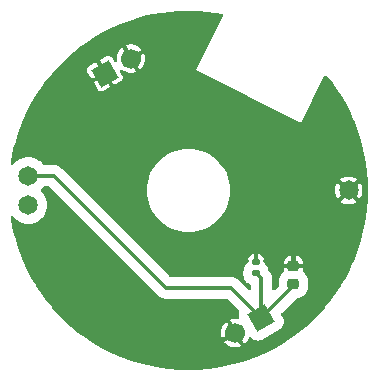
<source format=gbl>
G04 #@! TF.GenerationSoftware,KiCad,Pcbnew,7.0.5-0*
G04 #@! TF.CreationDate,2023-10-10T23:47:46-04:00*
G04 #@! TF.ProjectId,batterymodule,62617474-6572-4796-9d6f-64756c652e6b,rev?*
G04 #@! TF.SameCoordinates,Original*
G04 #@! TF.FileFunction,Copper,L2,Bot*
G04 #@! TF.FilePolarity,Positive*
%FSLAX46Y46*%
G04 Gerber Fmt 4.6, Leading zero omitted, Abs format (unit mm)*
G04 Created by KiCad (PCBNEW 7.0.5-0) date 2023-10-10 23:47:46*
%MOMM*%
%LPD*%
G01*
G04 APERTURE LIST*
G04 Aperture macros list*
%AMRoundRect*
0 Rectangle with rounded corners*
0 $1 Rounding radius*
0 $2 $3 $4 $5 $6 $7 $8 $9 X,Y pos of 4 corners*
0 Add a 4 corners polygon primitive as box body*
4,1,4,$2,$3,$4,$5,$6,$7,$8,$9,$2,$3,0*
0 Add four circle primitives for the rounded corners*
1,1,$1+$1,$2,$3*
1,1,$1+$1,$4,$5*
1,1,$1+$1,$6,$7*
1,1,$1+$1,$8,$9*
0 Add four rect primitives between the rounded corners*
20,1,$1+$1,$2,$3,$4,$5,0*
20,1,$1+$1,$4,$5,$6,$7,0*
20,1,$1+$1,$6,$7,$8,$9,0*
20,1,$1+$1,$8,$9,$2,$3,0*%
%AMHorizOval*
0 Thick line with rounded ends*
0 $1 width*
0 $2 $3 position (X,Y) of the first rounded end (center of the circle)*
0 $4 $5 position (X,Y) of the second rounded end (center of the circle)*
0 Add line between two ends*
20,1,$1,$2,$3,$4,$5,0*
0 Add two circle primitives to create the rounded ends*
1,1,$1,$2,$3*
1,1,$1,$4,$5*%
%AMRotRect*
0 Rectangle, with rotation*
0 The origin of the aperture is its center*
0 $1 length*
0 $2 width*
0 $3 Rotation angle, in degrees counterclockwise*
0 Add horizontal line*
21,1,$1,$2,0,0,$3*%
G04 Aperture macros list end*
G04 #@! TA.AperFunction,SMDPad,CuDef*
%ADD10RoundRect,0.140000X0.170000X-0.140000X0.170000X0.140000X-0.170000X0.140000X-0.170000X-0.140000X0*%
G04 #@! TD*
G04 #@! TA.AperFunction,SMDPad,CuDef*
%ADD11RoundRect,0.225000X0.250000X-0.225000X0.250000X0.225000X-0.250000X0.225000X-0.250000X-0.225000X0*%
G04 #@! TD*
G04 #@! TA.AperFunction,ComponentPad*
%ADD12C,1.650000*%
G04 #@! TD*
G04 #@! TA.AperFunction,ComponentPad*
%ADD13RotRect,1.700000X1.700000X120.000000*%
G04 #@! TD*
G04 #@! TA.AperFunction,ComponentPad*
%ADD14HorizOval,1.700000X0.000000X0.000000X0.000000X0.000000X0*%
G04 #@! TD*
G04 #@! TA.AperFunction,ComponentPad*
%ADD15RotRect,1.700000X1.700000X300.000000*%
G04 #@! TD*
G04 #@! TA.AperFunction,ComponentPad*
%ADD16HorizOval,1.700000X0.000000X0.000000X0.000000X0.000000X0*%
G04 #@! TD*
G04 #@! TA.AperFunction,ViaPad*
%ADD17C,0.600000*%
G04 #@! TD*
G04 #@! TA.AperFunction,Conductor*
%ADD18C,0.300000*%
G04 #@! TD*
G04 APERTURE END LIST*
D10*
X151765000Y-133985000D03*
X151765000Y-133025000D03*
D11*
X154940000Y-134920000D03*
X154940000Y-133370000D03*
D12*
X132500000Y-125750000D03*
X132500000Y-128250000D03*
X159600000Y-127000000D03*
D13*
X138972122Y-117103026D03*
D14*
X141171826Y-115833026D03*
D15*
X152229852Y-137795000D03*
D16*
X150030148Y-139065000D03*
D17*
X142875000Y-131445000D03*
X153670000Y-128270000D03*
X135890000Y-121285000D03*
X139065000Y-135890000D03*
X149225000Y-121285000D03*
D18*
X151765000Y-133985000D02*
X152229852Y-134449852D01*
X152229852Y-134449852D02*
X152229852Y-137795000D01*
X152229852Y-137795000D02*
X154940000Y-135084852D01*
X152229852Y-137795000D02*
X149689852Y-135255000D01*
X144145000Y-135255000D02*
X134640000Y-125750000D01*
X149689852Y-135255000D02*
X144145000Y-135255000D01*
X134640000Y-125750000D02*
X132500000Y-125750000D01*
G04 #@! TA.AperFunction,Conductor*
G36*
X146819028Y-111804988D02*
G01*
X146822163Y-111805147D01*
X147060054Y-111823263D01*
X147587676Y-111863443D01*
X147590769Y-111863757D01*
X148352353Y-111960752D01*
X148355437Y-111961224D01*
X148897981Y-112058465D01*
X148960494Y-112089667D01*
X148996216Y-112149714D01*
X148993803Y-112219542D01*
X148987012Y-112235973D01*
X146684999Y-116839999D01*
X146685000Y-116839999D01*
X146685000Y-116840000D01*
X155575000Y-121285000D01*
X157557016Y-117320965D01*
X157604602Y-117269808D01*
X157672294Y-117252498D01*
X157738598Y-117274533D01*
X157764024Y-117298058D01*
X157886544Y-117448317D01*
X158080269Y-117685903D01*
X158082192Y-117688387D01*
X158536578Y-118307178D01*
X158538372Y-118309756D01*
X158960838Y-118950772D01*
X158962485Y-118953415D01*
X159351948Y-119615017D01*
X159353472Y-119617764D01*
X159708927Y-120298247D01*
X159710302Y-120301050D01*
X160021355Y-120978028D01*
X160030823Y-120998634D01*
X160032062Y-121001521D01*
X160316848Y-121714467D01*
X160317939Y-121717413D01*
X160566241Y-122443846D01*
X160567182Y-122446844D01*
X160778380Y-123184949D01*
X160779167Y-123187991D01*
X160952701Y-123935806D01*
X160953334Y-123938884D01*
X161088774Y-124694561D01*
X161089250Y-124697667D01*
X161186239Y-125459207D01*
X161186557Y-125462333D01*
X161244852Y-126227836D01*
X161245011Y-126230973D01*
X161264460Y-126998430D01*
X161264460Y-127001570D01*
X161245011Y-127769026D01*
X161244852Y-127772163D01*
X161186557Y-128537666D01*
X161186239Y-128540792D01*
X161089250Y-129302332D01*
X161088774Y-129305438D01*
X160953334Y-130061115D01*
X160952701Y-130064193D01*
X160779167Y-130812008D01*
X160778380Y-130815050D01*
X160567182Y-131553155D01*
X160566241Y-131556153D01*
X160317939Y-132282586D01*
X160316848Y-132285532D01*
X160032062Y-132998478D01*
X160030823Y-133001365D01*
X159988237Y-133094050D01*
X159740751Y-133632683D01*
X159710311Y-133698932D01*
X159708927Y-133701752D01*
X159353472Y-134382235D01*
X159351948Y-134384982D01*
X158962485Y-135046584D01*
X158960826Y-135049244D01*
X158950401Y-135065064D01*
X158538373Y-135690242D01*
X158536578Y-135692821D01*
X158082192Y-136311612D01*
X158080269Y-136314096D01*
X157595120Y-136909084D01*
X157593074Y-136911468D01*
X157078403Y-137481131D01*
X157076238Y-137483408D01*
X156533408Y-138026238D01*
X156531131Y-138028403D01*
X155961468Y-138543074D01*
X155959084Y-138545120D01*
X155364096Y-139030269D01*
X155361612Y-139032192D01*
X154742821Y-139486578D01*
X154740242Y-139488373D01*
X154459532Y-139673377D01*
X154248724Y-139812312D01*
X154099251Y-139910823D01*
X154096584Y-139912485D01*
X153434982Y-140301948D01*
X153432235Y-140303472D01*
X152751752Y-140658927D01*
X152748932Y-140660311D01*
X152051365Y-140980823D01*
X152048478Y-140982062D01*
X151335532Y-141266848D01*
X151332586Y-141267939D01*
X150606153Y-141516241D01*
X150603155Y-141517182D01*
X149865050Y-141728380D01*
X149862008Y-141729167D01*
X149114193Y-141902701D01*
X149111115Y-141903334D01*
X148355438Y-142038774D01*
X148352332Y-142039250D01*
X147590792Y-142136239D01*
X147587666Y-142136557D01*
X146822163Y-142194852D01*
X146819026Y-142195011D01*
X146051571Y-142214460D01*
X146048429Y-142214460D01*
X145280973Y-142195011D01*
X145277836Y-142194852D01*
X144512333Y-142136557D01*
X144509207Y-142136239D01*
X143747667Y-142039250D01*
X143744561Y-142038774D01*
X142988884Y-141903334D01*
X142985806Y-141902701D01*
X142237991Y-141729167D01*
X142234949Y-141728380D01*
X141496844Y-141517182D01*
X141493846Y-141516241D01*
X140767413Y-141267939D01*
X140764467Y-141266848D01*
X140051521Y-140982062D01*
X140048634Y-140980823D01*
X139351050Y-140660302D01*
X139348247Y-140658927D01*
X138667764Y-140303472D01*
X138665017Y-140301948D01*
X138003415Y-139912485D01*
X138000772Y-139910838D01*
X137359756Y-139488372D01*
X137357178Y-139486578D01*
X136738387Y-139032192D01*
X136735903Y-139030269D01*
X136140915Y-138545120D01*
X136138531Y-138543074D01*
X135568868Y-138028403D01*
X135566591Y-138026238D01*
X135023761Y-137483408D01*
X135021596Y-137481131D01*
X134506925Y-136911468D01*
X134504879Y-136909084D01*
X134019730Y-136314096D01*
X134017807Y-136311612D01*
X133929841Y-136191819D01*
X133563421Y-135692821D01*
X133561626Y-135690242D01*
X133557894Y-135684579D01*
X133139154Y-135049216D01*
X133137514Y-135046584D01*
X132748051Y-134384982D01*
X132746527Y-134382235D01*
X132391072Y-133701752D01*
X132389704Y-133698965D01*
X132069165Y-133001341D01*
X132067937Y-132998478D01*
X132052814Y-132960619D01*
X131783143Y-132285511D01*
X131782069Y-132282610D01*
X131533754Y-131556141D01*
X131532817Y-131553155D01*
X131321619Y-130815050D01*
X131320832Y-130812008D01*
X131147292Y-130064167D01*
X131146671Y-130061145D01*
X131011224Y-129305437D01*
X131010753Y-129302365D01*
X131007831Y-129279420D01*
X131018887Y-129210434D01*
X131065486Y-129158374D01*
X131132833Y-129139771D01*
X131199547Y-129160532D01*
X131225127Y-129183223D01*
X131248368Y-129210434D01*
X131382508Y-129367492D01*
X131503213Y-129470583D01*
X131571078Y-129528546D01*
X131571083Y-129528549D01*
X131782525Y-129658122D01*
X132011637Y-129753023D01*
X132218567Y-129802702D01*
X132252775Y-129810915D01*
X132500000Y-129830372D01*
X132747225Y-129810915D01*
X132988362Y-129753023D01*
X133217474Y-129658122D01*
X133428919Y-129528548D01*
X133617492Y-129367492D01*
X133778548Y-129178919D01*
X133908122Y-128967474D01*
X134003023Y-128738362D01*
X134060915Y-128497225D01*
X134080372Y-128250000D01*
X134060915Y-128002775D01*
X134003023Y-127761638D01*
X133991573Y-127733993D01*
X133908122Y-127532525D01*
X133778549Y-127321083D01*
X133778546Y-127321078D01*
X133718713Y-127251023D01*
X133617492Y-127132508D01*
X133572743Y-127094289D01*
X133534550Y-127035782D01*
X133534052Y-126965914D01*
X133571405Y-126906868D01*
X133572559Y-126905867D01*
X133617492Y-126867492D01*
X133678371Y-126796210D01*
X133765696Y-126693968D01*
X133824203Y-126655775D01*
X133859986Y-126650500D01*
X134215639Y-126650500D01*
X134282678Y-126670185D01*
X134303320Y-126686819D01*
X143451236Y-135834736D01*
X143463871Y-135849529D01*
X143472110Y-135860869D01*
X143472112Y-135860871D01*
X143523730Y-135907348D01*
X143526068Y-135909568D01*
X143541620Y-135925120D01*
X143558716Y-135938964D01*
X143561168Y-135941058D01*
X143583887Y-135961514D01*
X143612784Y-135987533D01*
X143620633Y-135992065D01*
X143624920Y-135994540D01*
X143640952Y-136005557D01*
X143651851Y-136014383D01*
X143713714Y-136045903D01*
X143716569Y-136047453D01*
X143776707Y-136082174D01*
X143776712Y-136082177D01*
X143776713Y-136082177D01*
X143776716Y-136082179D01*
X143790050Y-136086511D01*
X143808022Y-136093956D01*
X143820512Y-136100320D01*
X143820514Y-136100320D01*
X143820515Y-136100321D01*
X143838928Y-136105254D01*
X143887601Y-136118296D01*
X143890682Y-136119209D01*
X143956744Y-136140674D01*
X143970688Y-136142139D01*
X143989814Y-136145685D01*
X143999441Y-136148264D01*
X144003355Y-136149313D01*
X144072720Y-136152947D01*
X144075935Y-136153200D01*
X144097808Y-136155500D01*
X144119798Y-136155500D01*
X144123041Y-136155584D01*
X144192388Y-136159219D01*
X144206227Y-136157027D01*
X144225627Y-136155500D01*
X149265491Y-136155500D01*
X149332530Y-136175185D01*
X149353172Y-136191819D01*
X150315830Y-137154477D01*
X150349315Y-137215800D01*
X150347924Y-137274251D01*
X150321098Y-137374366D01*
X150315996Y-137549736D01*
X150352843Y-137728182D01*
X150350525Y-137728660D01*
X150352120Y-137787544D01*
X150315951Y-137847323D01*
X150253204Y-137878058D01*
X150209457Y-137877732D01*
X150141342Y-137865000D01*
X149918955Y-137865000D01*
X149700340Y-137905865D01*
X149590458Y-137948433D01*
X149590457Y-137948434D01*
X149950108Y-138571366D01*
X149887833Y-138580320D01*
X149757048Y-138640048D01*
X149648387Y-138734202D01*
X149640914Y-138745830D01*
X149281643Y-138123554D01*
X149139537Y-138253102D01*
X149005516Y-138430574D01*
X148906388Y-138629649D01*
X148845526Y-138843560D01*
X148825007Y-139064999D01*
X148825007Y-139065000D01*
X148845526Y-139286439D01*
X148906386Y-139500345D01*
X148909673Y-139506945D01*
X149533116Y-139146999D01*
X149570655Y-139274844D01*
X149648387Y-139395798D01*
X149713886Y-139452552D01*
X149090765Y-139812312D01*
X149139536Y-139876896D01*
X149139538Y-139876899D01*
X149303886Y-140026721D01*
X149492968Y-140143797D01*
X149492970Y-140143798D01*
X149700343Y-140224134D01*
X149918955Y-140265000D01*
X150141341Y-140265000D01*
X150359954Y-140224134D01*
X150469837Y-140181565D01*
X150110187Y-139558633D01*
X150172463Y-139549680D01*
X150303248Y-139489952D01*
X150411909Y-139395798D01*
X150419381Y-139384170D01*
X150778651Y-140006445D01*
X150920756Y-139876899D01*
X151054779Y-139699425D01*
X151156465Y-139495215D01*
X151158271Y-139496114D01*
X151195337Y-139447855D01*
X151261098Y-139424249D01*
X151329182Y-139439943D01*
X151350850Y-139455402D01*
X151354269Y-139458445D01*
X151354271Y-139458447D01*
X151485331Y-139575080D01*
X151639755Y-139658346D01*
X151809218Y-139703753D01*
X151984586Y-139708855D01*
X151984586Y-139708854D01*
X151984588Y-139708855D01*
X152034803Y-139698485D01*
X152156404Y-139673378D01*
X152250671Y-139631078D01*
X153809531Y-138731069D01*
X153893299Y-138670581D01*
X154009932Y-138539521D01*
X154093198Y-138385097D01*
X154138605Y-138215634D01*
X154143707Y-138040266D01*
X154143706Y-138040265D01*
X154143707Y-138040263D01*
X154128153Y-137964939D01*
X154108230Y-137868448D01*
X154065930Y-137774181D01*
X153915205Y-137513119D01*
X153898732Y-137445219D01*
X153921585Y-137379192D01*
X153934905Y-137363444D01*
X155141531Y-136156819D01*
X155202855Y-136123334D01*
X155229213Y-136120500D01*
X155246580Y-136120500D01*
X155246586Y-136120500D01*
X155362985Y-136110151D01*
X155553728Y-136055573D01*
X155729579Y-135963716D01*
X155883340Y-135838340D01*
X156008716Y-135684579D01*
X156100573Y-135508728D01*
X156155151Y-135317985D01*
X156165500Y-135201586D01*
X156165500Y-134638414D01*
X156155151Y-134522015D01*
X156100573Y-134331272D01*
X156008716Y-134155421D01*
X155946028Y-134078540D01*
X155883340Y-134001659D01*
X155775885Y-133914042D01*
X155736368Y-133856421D01*
X155734276Y-133786583D01*
X155739686Y-133770484D01*
X155750200Y-133745102D01*
X155764999Y-133632697D01*
X155765000Y-133632683D01*
X155765000Y-133547500D01*
X154115000Y-133547500D01*
X154115000Y-133632697D01*
X154129800Y-133745104D01*
X154129800Y-133745105D01*
X154140314Y-133770487D01*
X154147783Y-133839956D01*
X154116508Y-133902436D01*
X154104114Y-133914042D01*
X153996659Y-134001659D01*
X153871283Y-134155422D01*
X153779426Y-134331273D01*
X153751801Y-134427820D01*
X153726727Y-134515454D01*
X153724849Y-134522016D01*
X153724848Y-134522019D01*
X153714500Y-134638417D01*
X153714500Y-134985490D01*
X153694815Y-135052529D01*
X153678181Y-135073171D01*
X153342033Y-135409319D01*
X153280710Y-135442804D01*
X153211018Y-135437820D01*
X153155085Y-135395948D01*
X153130668Y-135330484D01*
X153130352Y-135321638D01*
X153130352Y-134530478D01*
X153131879Y-134511077D01*
X153131958Y-134510579D01*
X153134071Y-134497240D01*
X153130436Y-134427892D01*
X153130352Y-134424649D01*
X153130352Y-134402661D01*
X153130351Y-134402652D01*
X153129200Y-134391705D01*
X153128052Y-134380787D01*
X153127799Y-134377572D01*
X153124165Y-134308206D01*
X153120536Y-134294664D01*
X153116990Y-134275536D01*
X153115526Y-134261596D01*
X153094070Y-134195560D01*
X153093148Y-134192448D01*
X153075173Y-134125369D01*
X153075172Y-134125364D01*
X153068808Y-134112874D01*
X153061363Y-134094902D01*
X153057031Y-134081568D01*
X153057029Y-134081564D01*
X153057027Y-134081559D01*
X153033522Y-134040850D01*
X153022295Y-134021404D01*
X153020772Y-134018599D01*
X152989235Y-133956703D01*
X152989234Y-133956701D01*
X152980412Y-133945807D01*
X152969390Y-133929770D01*
X152962384Y-133917635D01*
X152962383Y-133917633D01*
X152915912Y-133866022D01*
X152913804Y-133863554D01*
X152899970Y-133846471D01*
X152884429Y-133830930D01*
X152882192Y-133828573D01*
X152852192Y-133795254D01*
X152821963Y-133732262D01*
X152820725Y-133722009D01*
X152819381Y-133704929D01*
X152818530Y-133701752D01*
X152770933Y-133524116D01*
X152685951Y-133357328D01*
X152685950Y-133357326D01*
X152633238Y-133292234D01*
X152568147Y-133211853D01*
X152544248Y-133192500D01*
X154115000Y-133192500D01*
X154762500Y-133192500D01*
X154762500Y-132570000D01*
X155117500Y-132570000D01*
X155117500Y-133192500D01*
X155765000Y-133192500D01*
X155765000Y-133107316D01*
X155764999Y-133107302D01*
X155750199Y-132994895D01*
X155750198Y-132994891D01*
X155692263Y-132855021D01*
X155600094Y-132734905D01*
X155479978Y-132642736D01*
X155340108Y-132584801D01*
X155340104Y-132584800D01*
X155227697Y-132570000D01*
X155117500Y-132570000D01*
X154762500Y-132570000D01*
X154652302Y-132570000D01*
X154539895Y-132584800D01*
X154539891Y-132584801D01*
X154400021Y-132642736D01*
X154279905Y-132734905D01*
X154187736Y-132855021D01*
X154129801Y-132994891D01*
X154129800Y-132994895D01*
X154115000Y-133107302D01*
X154115000Y-133192500D01*
X152544248Y-133192500D01*
X152503054Y-133159141D01*
X152422673Y-133094049D01*
X152422671Y-133094048D01*
X152398995Y-133081985D01*
X152348199Y-133034011D01*
X152331403Y-132966190D01*
X152353940Y-132900055D01*
X152408655Y-132856603D01*
X152417653Y-132854846D01*
X152425000Y-132847499D01*
X152425000Y-132838130D01*
X152424999Y-132838113D01*
X152418726Y-132779775D01*
X152369483Y-132647750D01*
X152285044Y-132534955D01*
X152172249Y-132450516D01*
X152040224Y-132401273D01*
X151981886Y-132395000D01*
X151942500Y-132395000D01*
X151942500Y-132830500D01*
X151922815Y-132897539D01*
X151870011Y-132943294D01*
X151818500Y-132954500D01*
X151711500Y-132954500D01*
X151644461Y-132934815D01*
X151598706Y-132882011D01*
X151587500Y-132830500D01*
X151587500Y-132395000D01*
X151548113Y-132395000D01*
X151489775Y-132401273D01*
X151357750Y-132450516D01*
X151244955Y-132534955D01*
X151160516Y-132647750D01*
X151111273Y-132779775D01*
X151105000Y-132838113D01*
X151105000Y-132847500D01*
X151117591Y-132860091D01*
X151141750Y-132867185D01*
X151187505Y-132919989D01*
X151197449Y-132989147D01*
X151168424Y-133052703D01*
X151131005Y-133081985D01*
X151107328Y-133094048D01*
X151107326Y-133094049D01*
X150961853Y-133211853D01*
X150844049Y-133357326D01*
X150844048Y-133357328D01*
X150759067Y-133524116D01*
X150710618Y-133704929D01*
X150704500Y-133782671D01*
X150704500Y-134187312D01*
X150704501Y-134187331D01*
X150710618Y-134265070D01*
X150738554Y-134369328D01*
X150759067Y-134445884D01*
X150767552Y-134462537D01*
X150844048Y-134612671D01*
X150844049Y-134612673D01*
X150889147Y-134668363D01*
X150961853Y-134758147D01*
X151042234Y-134823238D01*
X151107326Y-134875950D01*
X151107328Y-134875951D01*
X151261646Y-134954579D01*
X151312442Y-135002553D01*
X151329352Y-135065064D01*
X151329352Y-135321639D01*
X151309667Y-135388678D01*
X151256863Y-135434433D01*
X151187705Y-135444377D01*
X151124149Y-135415352D01*
X151117671Y-135409320D01*
X150383616Y-134675265D01*
X150370978Y-134660468D01*
X150362739Y-134649128D01*
X150311129Y-134602657D01*
X150308774Y-134600423D01*
X150293234Y-134584882D01*
X150276147Y-134571043D01*
X150273683Y-134568939D01*
X150222072Y-134522470D01*
X150222065Y-134522465D01*
X150209922Y-134515454D01*
X150193895Y-134504438D01*
X150183005Y-134495620D01*
X150183003Y-134495619D01*
X150183001Y-134495617D01*
X150164111Y-134485992D01*
X150121118Y-134464085D01*
X150118266Y-134462537D01*
X150058134Y-134427820D01*
X150044801Y-134423488D01*
X150026830Y-134416043D01*
X150014350Y-134409684D01*
X150014338Y-134409679D01*
X149947261Y-134391705D01*
X149944161Y-134390787D01*
X149878108Y-134369326D01*
X149878103Y-134369325D01*
X149878101Y-134369325D01*
X149864166Y-134367860D01*
X149845041Y-134364315D01*
X149831505Y-134360688D01*
X149831495Y-134360686D01*
X149762142Y-134357051D01*
X149758911Y-134356797D01*
X149744389Y-134355271D01*
X149737044Y-134354500D01*
X149737041Y-134354500D01*
X149715055Y-134354500D01*
X149711811Y-134354415D01*
X149642464Y-134350781D01*
X149642463Y-134350781D01*
X149628624Y-134352973D01*
X149609225Y-134354500D01*
X144569362Y-134354500D01*
X144502323Y-134334815D01*
X144481681Y-134318181D01*
X137163499Y-127000000D01*
X142519662Y-127000000D01*
X142539002Y-127369022D01*
X142590770Y-127695874D01*
X142596808Y-127733999D01*
X142683174Y-128056321D01*
X142692451Y-128090941D01*
X142824877Y-128435921D01*
X142992640Y-128765173D01*
X143193891Y-129075073D01*
X143193895Y-129075078D01*
X143193897Y-129075081D01*
X143426448Y-129362257D01*
X143687743Y-129623552D01*
X143974919Y-129856103D01*
X143974923Y-129856105D01*
X143974926Y-129856108D01*
X144284826Y-130057359D01*
X144284831Y-130057362D01*
X144614082Y-130225124D01*
X144959066Y-130357551D01*
X145316001Y-130453192D01*
X145680979Y-130510998D01*
X146029589Y-130529268D01*
X146049999Y-130530338D01*
X146050000Y-130530338D01*
X146050001Y-130530338D01*
X146069340Y-130529324D01*
X146419021Y-130510998D01*
X146783999Y-130453192D01*
X147140934Y-130357551D01*
X147485918Y-130225124D01*
X147815169Y-130057362D01*
X148125081Y-129856103D01*
X148412257Y-129623552D01*
X148673552Y-129362257D01*
X148906103Y-129075081D01*
X149107362Y-128765169D01*
X149275124Y-128435918D01*
X149407551Y-128090934D01*
X149503192Y-127733999D01*
X149560998Y-127369021D01*
X149580338Y-127000000D01*
X158419966Y-127000000D01*
X158440057Y-127216830D01*
X158499650Y-127426274D01*
X158499655Y-127426287D01*
X158596715Y-127621208D01*
X158653101Y-127695875D01*
X159106297Y-127242679D01*
X159146442Y-127320156D01*
X159249638Y-127430652D01*
X159355806Y-127495215D01*
X158901509Y-127949511D01*
X159074012Y-128056322D01*
X159074014Y-128056323D01*
X159277060Y-128134983D01*
X159277070Y-128134986D01*
X159491122Y-128175000D01*
X159708878Y-128175000D01*
X159922929Y-128134986D01*
X159922939Y-128134983D01*
X160125985Y-128056323D01*
X160125989Y-128056321D01*
X160298488Y-127949512D01*
X160298488Y-127949511D01*
X159843050Y-127494072D01*
X159888458Y-127474349D01*
X160005739Y-127378934D01*
X160092928Y-127255415D01*
X160096470Y-127245447D01*
X160546897Y-127695874D01*
X160603284Y-127621207D01*
X160603290Y-127621198D01*
X160700344Y-127426287D01*
X160700349Y-127426274D01*
X160759942Y-127216830D01*
X160780034Y-127000000D01*
X160780034Y-126999999D01*
X160759942Y-126783169D01*
X160700349Y-126573725D01*
X160700344Y-126573712D01*
X160603284Y-126378791D01*
X160546897Y-126304123D01*
X160093702Y-126757319D01*
X160053558Y-126679844D01*
X159950362Y-126569348D01*
X159844192Y-126504784D01*
X160298489Y-126050487D01*
X160125987Y-125943677D01*
X160125985Y-125943676D01*
X159922939Y-125865016D01*
X159922929Y-125865013D01*
X159708878Y-125825000D01*
X159491122Y-125825000D01*
X159277070Y-125865013D01*
X159277069Y-125865013D01*
X159074016Y-125943676D01*
X159074015Y-125943676D01*
X158901509Y-126050487D01*
X159356950Y-126505927D01*
X159311542Y-126525651D01*
X159194261Y-126621066D01*
X159107072Y-126744585D01*
X159103529Y-126754551D01*
X158653101Y-126304123D01*
X158596716Y-126378791D01*
X158596711Y-126378798D01*
X158499655Y-126573712D01*
X158499650Y-126573725D01*
X158440057Y-126783169D01*
X158419966Y-126999999D01*
X158419966Y-127000000D01*
X149580338Y-127000000D01*
X149560998Y-126630979D01*
X149503192Y-126266001D01*
X149407551Y-125909066D01*
X149275124Y-125564082D01*
X149107362Y-125234831D01*
X149107359Y-125234826D01*
X148906108Y-124924926D01*
X148906105Y-124924923D01*
X148906103Y-124924919D01*
X148673552Y-124637743D01*
X148412257Y-124376448D01*
X148125081Y-124143897D01*
X148125078Y-124143895D01*
X148125073Y-124143891D01*
X147815173Y-123942640D01*
X147485921Y-123774877D01*
X147140941Y-123642451D01*
X147140934Y-123642449D01*
X146783999Y-123546808D01*
X146783995Y-123546807D01*
X146783994Y-123546807D01*
X146419022Y-123489002D01*
X146050001Y-123469662D01*
X146049999Y-123469662D01*
X145680977Y-123489002D01*
X145316006Y-123546807D01*
X145316004Y-123546807D01*
X144959058Y-123642451D01*
X144614078Y-123774877D01*
X144284826Y-123942640D01*
X143974926Y-124143891D01*
X143687747Y-124376444D01*
X143687739Y-124376451D01*
X143426451Y-124637739D01*
X143426444Y-124637747D01*
X143193891Y-124924926D01*
X142992640Y-125234826D01*
X142824877Y-125564078D01*
X142692451Y-125909058D01*
X142596807Y-126266004D01*
X142596807Y-126266006D01*
X142539002Y-126630977D01*
X142519662Y-126999999D01*
X142519662Y-127000000D01*
X137163499Y-127000000D01*
X135333764Y-125170265D01*
X135321126Y-125155468D01*
X135312887Y-125144128D01*
X135261277Y-125097657D01*
X135258922Y-125095423D01*
X135243382Y-125079882D01*
X135226295Y-125066043D01*
X135223831Y-125063939D01*
X135172220Y-125017470D01*
X135172213Y-125017465D01*
X135160070Y-125010454D01*
X135144043Y-124999438D01*
X135133153Y-124990620D01*
X135133151Y-124990619D01*
X135133149Y-124990617D01*
X135114259Y-124980992D01*
X135071266Y-124959085D01*
X135068414Y-124957537D01*
X135008282Y-124922820D01*
X134994949Y-124918488D01*
X134976978Y-124911043D01*
X134964498Y-124904684D01*
X134964486Y-124904679D01*
X134897409Y-124886705D01*
X134894309Y-124885787D01*
X134828256Y-124864326D01*
X134828251Y-124864325D01*
X134828249Y-124864325D01*
X134814314Y-124862860D01*
X134795189Y-124859315D01*
X134781653Y-124855688D01*
X134781643Y-124855686D01*
X134712290Y-124852051D01*
X134709059Y-124851797D01*
X134694537Y-124850271D01*
X134687192Y-124849500D01*
X134687189Y-124849500D01*
X134665203Y-124849500D01*
X134661959Y-124849415D01*
X134592612Y-124845781D01*
X134592611Y-124845781D01*
X134578772Y-124847973D01*
X134559373Y-124849500D01*
X133859986Y-124849500D01*
X133792947Y-124829815D01*
X133765696Y-124806032D01*
X133664576Y-124687637D01*
X133617492Y-124632508D01*
X133514399Y-124544458D01*
X133428921Y-124471453D01*
X133428916Y-124471450D01*
X133217474Y-124341877D01*
X132988362Y-124246976D01*
X132747228Y-124189085D01*
X132500000Y-124169628D01*
X132252771Y-124189085D01*
X132011637Y-124246976D01*
X131782525Y-124341877D01*
X131571083Y-124471450D01*
X131571078Y-124471453D01*
X131382508Y-124632508D01*
X131225127Y-124816776D01*
X131166620Y-124854969D01*
X131096752Y-124855467D01*
X131037706Y-124818113D01*
X131008228Y-124754766D01*
X131007831Y-124720583D01*
X131010754Y-124697628D01*
X131011225Y-124694561D01*
X131021408Y-124637747D01*
X131146672Y-123938846D01*
X131147290Y-123935840D01*
X131320838Y-123187964D01*
X131321613Y-123184972D01*
X131532824Y-122446820D01*
X131533750Y-122443869D01*
X131782073Y-121717376D01*
X131783138Y-121714501D01*
X132067945Y-121001500D01*
X132069159Y-120998672D01*
X132389711Y-120301018D01*
X132391072Y-120298247D01*
X132746527Y-119617764D01*
X132748051Y-119615017D01*
X133137514Y-118953415D01*
X133139143Y-118950800D01*
X133561645Y-118309729D01*
X133563408Y-118307196D01*
X134017830Y-117688356D01*
X134019730Y-117685903D01*
X134087308Y-117603026D01*
X134457197Y-117149392D01*
X134504879Y-117090915D01*
X134506925Y-117088531D01*
X134738997Y-116831662D01*
X134805788Y-116757734D01*
X137457810Y-116757734D01*
X137465851Y-116874262D01*
X137465851Y-116874264D01*
X137491283Y-116938138D01*
X137844140Y-117549304D01*
X137844141Y-117549304D01*
X138475090Y-117185025D01*
X138512629Y-117312870D01*
X138590361Y-117433824D01*
X138655860Y-117490578D01*
X138021641Y-117856744D01*
X138021641Y-117856745D01*
X138374497Y-118467909D01*
X138374496Y-118467909D01*
X138417098Y-118521874D01*
X138514000Y-118587106D01*
X138626828Y-118617337D01*
X138743358Y-118609296D01*
X138743360Y-118609296D01*
X138807234Y-118583864D01*
X139418400Y-118231006D01*
X139418400Y-118231005D01*
X139052161Y-117596659D01*
X139114437Y-117587706D01*
X139245222Y-117527978D01*
X139353883Y-117433824D01*
X139361355Y-117422197D01*
X139725840Y-118053505D01*
X139725841Y-118053505D01*
X140337005Y-117700650D01*
X140390970Y-117658049D01*
X140456202Y-117561147D01*
X140486433Y-117448321D01*
X140486433Y-117448317D01*
X140478392Y-117331789D01*
X140478392Y-117331787D01*
X140452960Y-117267913D01*
X140278413Y-116965589D01*
X140261940Y-116897689D01*
X140284792Y-116831662D01*
X140339714Y-116788471D01*
X140409267Y-116781830D01*
X140451078Y-116798162D01*
X140634646Y-116911823D01*
X140634648Y-116911824D01*
X140842021Y-116992160D01*
X141060633Y-117033026D01*
X141283019Y-117033026D01*
X141501632Y-116992160D01*
X141611515Y-116949591D01*
X141251865Y-116326659D01*
X141314141Y-116317706D01*
X141444926Y-116257978D01*
X141553587Y-116163824D01*
X141561059Y-116152196D01*
X141920329Y-116774471D01*
X142062434Y-116644925D01*
X142196457Y-116467451D01*
X142295585Y-116268376D01*
X142356447Y-116054465D01*
X142376967Y-115833026D01*
X142376967Y-115833025D01*
X142356447Y-115611586D01*
X142295585Y-115397675D01*
X142292300Y-115391079D01*
X142292299Y-115391079D01*
X141668856Y-115751023D01*
X141631319Y-115623182D01*
X141553587Y-115502228D01*
X141488085Y-115445471D01*
X142111207Y-115085713D01*
X142062434Y-115021125D01*
X141898087Y-114871304D01*
X141709005Y-114754228D01*
X141709003Y-114754227D01*
X141501630Y-114673891D01*
X141283019Y-114633026D01*
X141060633Y-114633026D01*
X140842018Y-114673891D01*
X140732136Y-114716459D01*
X140732135Y-114716460D01*
X141091785Y-115339392D01*
X141029511Y-115348346D01*
X140898726Y-115408074D01*
X140790065Y-115502228D01*
X140782592Y-115513855D01*
X140423321Y-114891580D01*
X140281215Y-115021128D01*
X140147194Y-115198600D01*
X140048066Y-115397675D01*
X139987204Y-115611586D01*
X139966685Y-115833025D01*
X139966685Y-115833026D01*
X139979857Y-115975175D01*
X139966442Y-116043744D01*
X139918085Y-116094176D01*
X139850139Y-116110459D01*
X139784176Y-116087422D01*
X139748999Y-116048616D01*
X139569746Y-115738142D01*
X139569747Y-115738142D01*
X139527145Y-115684177D01*
X139430243Y-115618945D01*
X139317415Y-115588714D01*
X139200885Y-115596755D01*
X139200883Y-115596755D01*
X139137009Y-115622187D01*
X138525842Y-115975044D01*
X138525842Y-115975045D01*
X138892082Y-116609392D01*
X138829807Y-116618346D01*
X138699022Y-116678074D01*
X138590361Y-116772228D01*
X138582888Y-116783855D01*
X138218402Y-116152545D01*
X138218401Y-116152545D01*
X137607238Y-116505401D01*
X137553273Y-116548002D01*
X137488041Y-116644904D01*
X137457810Y-116757730D01*
X137457810Y-116757734D01*
X134805788Y-116757734D01*
X135021605Y-116518857D01*
X135023741Y-116516611D01*
X135566611Y-115973741D01*
X135568857Y-115971605D01*
X136138531Y-115456925D01*
X136140915Y-115454879D01*
X136593661Y-115085713D01*
X136735913Y-114969721D01*
X136738356Y-114967830D01*
X137357196Y-114513408D01*
X137359729Y-114511645D01*
X138000800Y-114089143D01*
X138003404Y-114087520D01*
X138665023Y-113698047D01*
X138667764Y-113696527D01*
X139348247Y-113341072D01*
X139351018Y-113339711D01*
X140048672Y-113019159D01*
X140051500Y-113017945D01*
X140764501Y-112733138D01*
X140767376Y-112732073D01*
X141493869Y-112483750D01*
X141496820Y-112482824D01*
X142234972Y-112271613D01*
X142237964Y-112270838D01*
X142985840Y-112097290D01*
X142988846Y-112096672D01*
X143744568Y-111961223D01*
X143747640Y-111960753D01*
X144509234Y-111863757D01*
X144512319Y-111863443D01*
X145184804Y-111812231D01*
X145277836Y-111805147D01*
X145280969Y-111804988D01*
X146048461Y-111785539D01*
X146051539Y-111785539D01*
X146819028Y-111804988D01*
G37*
G04 #@! TD.AperFunction*
M02*

</source>
